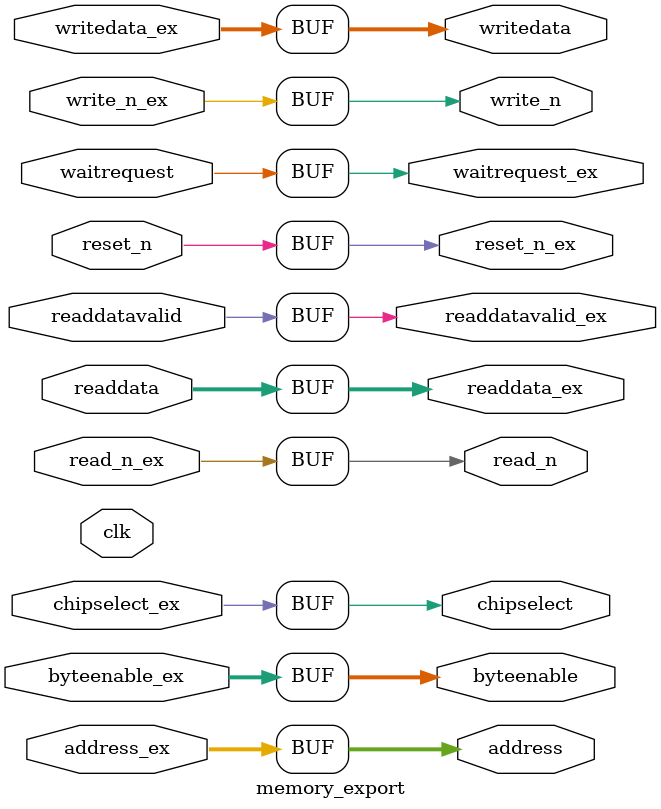
<source format=v>
module memory_export (
input				clk,
output  			read_n,
output  			write_n,
output  			chipselect,
input 			waitrequest,
output  [31:0] address,
output  [1:0] 	byteenable,
input				readdatavalid,
input   [15:0]	readdata,
output  [15:0] writedata,
input				reset_n,

input  			read_n_ex,
input  			write_n_ex,
input  			chipselect_ex,
output 			waitrequest_ex,
input   [31:0]	address_ex,
input   [1:0] 	byteenable_ex,
output			readdatavalid_ex,
output  [15:0]	readdata_ex,
input   [15:0] writedata_ex,
output			reset_n_ex
);
assign read_n 			= read_n_ex;
assign write_n 			= write_n_ex;
assign chipselect 		= chipselect_ex;
assign waitrequest_ex 	= waitrequest;
assign address 			= address_ex;
assign byteenable 		= byteenable_ex;
assign readdatavalid_ex = readdatavalid;
assign readdata_ex 		= readdata;
assign writedata 			= writedata_ex;
assign reset_n_ex 		= reset_n;



endmodule
</source>
